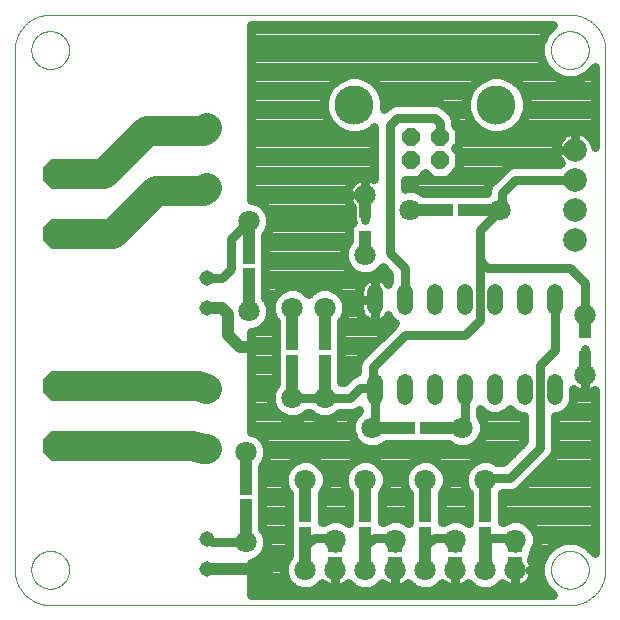
<source format=gtl>
G75*
%MOIN*%
%OFA0B0*%
%FSLAX25Y25*%
%IPPOS*%
%LPD*%
%AMOC8*
5,1,8,0,0,1.08239X$1,22.5*
%
%ADD10C,0.00000*%
%ADD11R,0.03937X0.10236*%
%ADD12C,0.07087*%
%ADD13C,0.05200*%
%ADD14R,0.12598X0.03937*%
%ADD15OC8,0.05740*%
%ADD16C,0.13055*%
%ADD17R,0.03937X0.12598*%
%ADD18R,0.04724X0.03150*%
%ADD19C,0.07874*%
%ADD20R,0.05150X0.05150*%
%ADD21C,0.05150*%
%ADD22OC8,0.10000*%
%ADD23C,0.03150*%
%ADD24C,0.01600*%
%ADD25C,0.03937*%
%ADD26C,0.09843*%
D10*
X0013011Y0007724D02*
X0186239Y0007724D01*
X0179940Y0019535D02*
X0179942Y0019693D01*
X0179948Y0019851D01*
X0179958Y0020009D01*
X0179972Y0020167D01*
X0179990Y0020324D01*
X0180011Y0020481D01*
X0180037Y0020637D01*
X0180067Y0020793D01*
X0180100Y0020948D01*
X0180138Y0021101D01*
X0180179Y0021254D01*
X0180224Y0021406D01*
X0180273Y0021557D01*
X0180326Y0021706D01*
X0180382Y0021854D01*
X0180442Y0022000D01*
X0180506Y0022145D01*
X0180574Y0022288D01*
X0180645Y0022430D01*
X0180719Y0022570D01*
X0180797Y0022707D01*
X0180879Y0022843D01*
X0180963Y0022977D01*
X0181052Y0023108D01*
X0181143Y0023237D01*
X0181238Y0023364D01*
X0181335Y0023489D01*
X0181436Y0023611D01*
X0181540Y0023730D01*
X0181647Y0023847D01*
X0181757Y0023961D01*
X0181870Y0024072D01*
X0181985Y0024181D01*
X0182103Y0024286D01*
X0182224Y0024388D01*
X0182347Y0024488D01*
X0182473Y0024584D01*
X0182601Y0024677D01*
X0182731Y0024767D01*
X0182864Y0024853D01*
X0182999Y0024937D01*
X0183135Y0025016D01*
X0183274Y0025093D01*
X0183415Y0025165D01*
X0183557Y0025235D01*
X0183701Y0025300D01*
X0183847Y0025362D01*
X0183994Y0025420D01*
X0184143Y0025475D01*
X0184293Y0025526D01*
X0184444Y0025573D01*
X0184596Y0025616D01*
X0184749Y0025655D01*
X0184904Y0025691D01*
X0185059Y0025722D01*
X0185215Y0025750D01*
X0185371Y0025774D01*
X0185528Y0025794D01*
X0185686Y0025810D01*
X0185843Y0025822D01*
X0186002Y0025830D01*
X0186160Y0025834D01*
X0186318Y0025834D01*
X0186476Y0025830D01*
X0186635Y0025822D01*
X0186792Y0025810D01*
X0186950Y0025794D01*
X0187107Y0025774D01*
X0187263Y0025750D01*
X0187419Y0025722D01*
X0187574Y0025691D01*
X0187729Y0025655D01*
X0187882Y0025616D01*
X0188034Y0025573D01*
X0188185Y0025526D01*
X0188335Y0025475D01*
X0188484Y0025420D01*
X0188631Y0025362D01*
X0188777Y0025300D01*
X0188921Y0025235D01*
X0189063Y0025165D01*
X0189204Y0025093D01*
X0189343Y0025016D01*
X0189479Y0024937D01*
X0189614Y0024853D01*
X0189747Y0024767D01*
X0189877Y0024677D01*
X0190005Y0024584D01*
X0190131Y0024488D01*
X0190254Y0024388D01*
X0190375Y0024286D01*
X0190493Y0024181D01*
X0190608Y0024072D01*
X0190721Y0023961D01*
X0190831Y0023847D01*
X0190938Y0023730D01*
X0191042Y0023611D01*
X0191143Y0023489D01*
X0191240Y0023364D01*
X0191335Y0023237D01*
X0191426Y0023108D01*
X0191515Y0022977D01*
X0191599Y0022843D01*
X0191681Y0022707D01*
X0191759Y0022570D01*
X0191833Y0022430D01*
X0191904Y0022288D01*
X0191972Y0022145D01*
X0192036Y0022000D01*
X0192096Y0021854D01*
X0192152Y0021706D01*
X0192205Y0021557D01*
X0192254Y0021406D01*
X0192299Y0021254D01*
X0192340Y0021101D01*
X0192378Y0020948D01*
X0192411Y0020793D01*
X0192441Y0020637D01*
X0192467Y0020481D01*
X0192488Y0020324D01*
X0192506Y0020167D01*
X0192520Y0020009D01*
X0192530Y0019851D01*
X0192536Y0019693D01*
X0192538Y0019535D01*
X0192536Y0019377D01*
X0192530Y0019219D01*
X0192520Y0019061D01*
X0192506Y0018903D01*
X0192488Y0018746D01*
X0192467Y0018589D01*
X0192441Y0018433D01*
X0192411Y0018277D01*
X0192378Y0018122D01*
X0192340Y0017969D01*
X0192299Y0017816D01*
X0192254Y0017664D01*
X0192205Y0017513D01*
X0192152Y0017364D01*
X0192096Y0017216D01*
X0192036Y0017070D01*
X0191972Y0016925D01*
X0191904Y0016782D01*
X0191833Y0016640D01*
X0191759Y0016500D01*
X0191681Y0016363D01*
X0191599Y0016227D01*
X0191515Y0016093D01*
X0191426Y0015962D01*
X0191335Y0015833D01*
X0191240Y0015706D01*
X0191143Y0015581D01*
X0191042Y0015459D01*
X0190938Y0015340D01*
X0190831Y0015223D01*
X0190721Y0015109D01*
X0190608Y0014998D01*
X0190493Y0014889D01*
X0190375Y0014784D01*
X0190254Y0014682D01*
X0190131Y0014582D01*
X0190005Y0014486D01*
X0189877Y0014393D01*
X0189747Y0014303D01*
X0189614Y0014217D01*
X0189479Y0014133D01*
X0189343Y0014054D01*
X0189204Y0013977D01*
X0189063Y0013905D01*
X0188921Y0013835D01*
X0188777Y0013770D01*
X0188631Y0013708D01*
X0188484Y0013650D01*
X0188335Y0013595D01*
X0188185Y0013544D01*
X0188034Y0013497D01*
X0187882Y0013454D01*
X0187729Y0013415D01*
X0187574Y0013379D01*
X0187419Y0013348D01*
X0187263Y0013320D01*
X0187107Y0013296D01*
X0186950Y0013276D01*
X0186792Y0013260D01*
X0186635Y0013248D01*
X0186476Y0013240D01*
X0186318Y0013236D01*
X0186160Y0013236D01*
X0186002Y0013240D01*
X0185843Y0013248D01*
X0185686Y0013260D01*
X0185528Y0013276D01*
X0185371Y0013296D01*
X0185215Y0013320D01*
X0185059Y0013348D01*
X0184904Y0013379D01*
X0184749Y0013415D01*
X0184596Y0013454D01*
X0184444Y0013497D01*
X0184293Y0013544D01*
X0184143Y0013595D01*
X0183994Y0013650D01*
X0183847Y0013708D01*
X0183701Y0013770D01*
X0183557Y0013835D01*
X0183415Y0013905D01*
X0183274Y0013977D01*
X0183135Y0014054D01*
X0182999Y0014133D01*
X0182864Y0014217D01*
X0182731Y0014303D01*
X0182601Y0014393D01*
X0182473Y0014486D01*
X0182347Y0014582D01*
X0182224Y0014682D01*
X0182103Y0014784D01*
X0181985Y0014889D01*
X0181870Y0014998D01*
X0181757Y0015109D01*
X0181647Y0015223D01*
X0181540Y0015340D01*
X0181436Y0015459D01*
X0181335Y0015581D01*
X0181238Y0015706D01*
X0181143Y0015833D01*
X0181052Y0015962D01*
X0180963Y0016093D01*
X0180879Y0016227D01*
X0180797Y0016363D01*
X0180719Y0016500D01*
X0180645Y0016640D01*
X0180574Y0016782D01*
X0180506Y0016925D01*
X0180442Y0017070D01*
X0180382Y0017216D01*
X0180326Y0017364D01*
X0180273Y0017513D01*
X0180224Y0017664D01*
X0180179Y0017816D01*
X0180138Y0017969D01*
X0180100Y0018122D01*
X0180067Y0018277D01*
X0180037Y0018433D01*
X0180011Y0018589D01*
X0179990Y0018746D01*
X0179972Y0018903D01*
X0179958Y0019061D01*
X0179948Y0019219D01*
X0179942Y0019377D01*
X0179940Y0019535D01*
X0186239Y0007724D02*
X0186524Y0007727D01*
X0186810Y0007738D01*
X0187095Y0007755D01*
X0187379Y0007779D01*
X0187663Y0007810D01*
X0187946Y0007848D01*
X0188227Y0007893D01*
X0188508Y0007944D01*
X0188788Y0008002D01*
X0189066Y0008067D01*
X0189342Y0008139D01*
X0189616Y0008217D01*
X0189889Y0008302D01*
X0190159Y0008394D01*
X0190427Y0008492D01*
X0190693Y0008596D01*
X0190956Y0008707D01*
X0191216Y0008824D01*
X0191474Y0008947D01*
X0191728Y0009077D01*
X0191979Y0009213D01*
X0192227Y0009354D01*
X0192471Y0009502D01*
X0192712Y0009655D01*
X0192948Y0009815D01*
X0193181Y0009980D01*
X0193410Y0010150D01*
X0193635Y0010326D01*
X0193855Y0010508D01*
X0194071Y0010694D01*
X0194282Y0010886D01*
X0194489Y0011083D01*
X0194691Y0011285D01*
X0194888Y0011492D01*
X0195080Y0011703D01*
X0195266Y0011919D01*
X0195448Y0012139D01*
X0195624Y0012364D01*
X0195794Y0012593D01*
X0195959Y0012826D01*
X0196119Y0013062D01*
X0196272Y0013303D01*
X0196420Y0013547D01*
X0196561Y0013795D01*
X0196697Y0014046D01*
X0196827Y0014300D01*
X0196950Y0014558D01*
X0197067Y0014818D01*
X0197178Y0015081D01*
X0197282Y0015347D01*
X0197380Y0015615D01*
X0197472Y0015885D01*
X0197557Y0016158D01*
X0197635Y0016432D01*
X0197707Y0016708D01*
X0197772Y0016986D01*
X0197830Y0017266D01*
X0197881Y0017547D01*
X0197926Y0017828D01*
X0197964Y0018111D01*
X0197995Y0018395D01*
X0198019Y0018679D01*
X0198036Y0018964D01*
X0198047Y0019250D01*
X0198050Y0019535D01*
X0198050Y0192764D01*
X0179940Y0192764D02*
X0179942Y0192922D01*
X0179948Y0193080D01*
X0179958Y0193238D01*
X0179972Y0193396D01*
X0179990Y0193553D01*
X0180011Y0193710D01*
X0180037Y0193866D01*
X0180067Y0194022D01*
X0180100Y0194177D01*
X0180138Y0194330D01*
X0180179Y0194483D01*
X0180224Y0194635D01*
X0180273Y0194786D01*
X0180326Y0194935D01*
X0180382Y0195083D01*
X0180442Y0195229D01*
X0180506Y0195374D01*
X0180574Y0195517D01*
X0180645Y0195659D01*
X0180719Y0195799D01*
X0180797Y0195936D01*
X0180879Y0196072D01*
X0180963Y0196206D01*
X0181052Y0196337D01*
X0181143Y0196466D01*
X0181238Y0196593D01*
X0181335Y0196718D01*
X0181436Y0196840D01*
X0181540Y0196959D01*
X0181647Y0197076D01*
X0181757Y0197190D01*
X0181870Y0197301D01*
X0181985Y0197410D01*
X0182103Y0197515D01*
X0182224Y0197617D01*
X0182347Y0197717D01*
X0182473Y0197813D01*
X0182601Y0197906D01*
X0182731Y0197996D01*
X0182864Y0198082D01*
X0182999Y0198166D01*
X0183135Y0198245D01*
X0183274Y0198322D01*
X0183415Y0198394D01*
X0183557Y0198464D01*
X0183701Y0198529D01*
X0183847Y0198591D01*
X0183994Y0198649D01*
X0184143Y0198704D01*
X0184293Y0198755D01*
X0184444Y0198802D01*
X0184596Y0198845D01*
X0184749Y0198884D01*
X0184904Y0198920D01*
X0185059Y0198951D01*
X0185215Y0198979D01*
X0185371Y0199003D01*
X0185528Y0199023D01*
X0185686Y0199039D01*
X0185843Y0199051D01*
X0186002Y0199059D01*
X0186160Y0199063D01*
X0186318Y0199063D01*
X0186476Y0199059D01*
X0186635Y0199051D01*
X0186792Y0199039D01*
X0186950Y0199023D01*
X0187107Y0199003D01*
X0187263Y0198979D01*
X0187419Y0198951D01*
X0187574Y0198920D01*
X0187729Y0198884D01*
X0187882Y0198845D01*
X0188034Y0198802D01*
X0188185Y0198755D01*
X0188335Y0198704D01*
X0188484Y0198649D01*
X0188631Y0198591D01*
X0188777Y0198529D01*
X0188921Y0198464D01*
X0189063Y0198394D01*
X0189204Y0198322D01*
X0189343Y0198245D01*
X0189479Y0198166D01*
X0189614Y0198082D01*
X0189747Y0197996D01*
X0189877Y0197906D01*
X0190005Y0197813D01*
X0190131Y0197717D01*
X0190254Y0197617D01*
X0190375Y0197515D01*
X0190493Y0197410D01*
X0190608Y0197301D01*
X0190721Y0197190D01*
X0190831Y0197076D01*
X0190938Y0196959D01*
X0191042Y0196840D01*
X0191143Y0196718D01*
X0191240Y0196593D01*
X0191335Y0196466D01*
X0191426Y0196337D01*
X0191515Y0196206D01*
X0191599Y0196072D01*
X0191681Y0195936D01*
X0191759Y0195799D01*
X0191833Y0195659D01*
X0191904Y0195517D01*
X0191972Y0195374D01*
X0192036Y0195229D01*
X0192096Y0195083D01*
X0192152Y0194935D01*
X0192205Y0194786D01*
X0192254Y0194635D01*
X0192299Y0194483D01*
X0192340Y0194330D01*
X0192378Y0194177D01*
X0192411Y0194022D01*
X0192441Y0193866D01*
X0192467Y0193710D01*
X0192488Y0193553D01*
X0192506Y0193396D01*
X0192520Y0193238D01*
X0192530Y0193080D01*
X0192536Y0192922D01*
X0192538Y0192764D01*
X0192536Y0192606D01*
X0192530Y0192448D01*
X0192520Y0192290D01*
X0192506Y0192132D01*
X0192488Y0191975D01*
X0192467Y0191818D01*
X0192441Y0191662D01*
X0192411Y0191506D01*
X0192378Y0191351D01*
X0192340Y0191198D01*
X0192299Y0191045D01*
X0192254Y0190893D01*
X0192205Y0190742D01*
X0192152Y0190593D01*
X0192096Y0190445D01*
X0192036Y0190299D01*
X0191972Y0190154D01*
X0191904Y0190011D01*
X0191833Y0189869D01*
X0191759Y0189729D01*
X0191681Y0189592D01*
X0191599Y0189456D01*
X0191515Y0189322D01*
X0191426Y0189191D01*
X0191335Y0189062D01*
X0191240Y0188935D01*
X0191143Y0188810D01*
X0191042Y0188688D01*
X0190938Y0188569D01*
X0190831Y0188452D01*
X0190721Y0188338D01*
X0190608Y0188227D01*
X0190493Y0188118D01*
X0190375Y0188013D01*
X0190254Y0187911D01*
X0190131Y0187811D01*
X0190005Y0187715D01*
X0189877Y0187622D01*
X0189747Y0187532D01*
X0189614Y0187446D01*
X0189479Y0187362D01*
X0189343Y0187283D01*
X0189204Y0187206D01*
X0189063Y0187134D01*
X0188921Y0187064D01*
X0188777Y0186999D01*
X0188631Y0186937D01*
X0188484Y0186879D01*
X0188335Y0186824D01*
X0188185Y0186773D01*
X0188034Y0186726D01*
X0187882Y0186683D01*
X0187729Y0186644D01*
X0187574Y0186608D01*
X0187419Y0186577D01*
X0187263Y0186549D01*
X0187107Y0186525D01*
X0186950Y0186505D01*
X0186792Y0186489D01*
X0186635Y0186477D01*
X0186476Y0186469D01*
X0186318Y0186465D01*
X0186160Y0186465D01*
X0186002Y0186469D01*
X0185843Y0186477D01*
X0185686Y0186489D01*
X0185528Y0186505D01*
X0185371Y0186525D01*
X0185215Y0186549D01*
X0185059Y0186577D01*
X0184904Y0186608D01*
X0184749Y0186644D01*
X0184596Y0186683D01*
X0184444Y0186726D01*
X0184293Y0186773D01*
X0184143Y0186824D01*
X0183994Y0186879D01*
X0183847Y0186937D01*
X0183701Y0186999D01*
X0183557Y0187064D01*
X0183415Y0187134D01*
X0183274Y0187206D01*
X0183135Y0187283D01*
X0182999Y0187362D01*
X0182864Y0187446D01*
X0182731Y0187532D01*
X0182601Y0187622D01*
X0182473Y0187715D01*
X0182347Y0187811D01*
X0182224Y0187911D01*
X0182103Y0188013D01*
X0181985Y0188118D01*
X0181870Y0188227D01*
X0181757Y0188338D01*
X0181647Y0188452D01*
X0181540Y0188569D01*
X0181436Y0188688D01*
X0181335Y0188810D01*
X0181238Y0188935D01*
X0181143Y0189062D01*
X0181052Y0189191D01*
X0180963Y0189322D01*
X0180879Y0189456D01*
X0180797Y0189592D01*
X0180719Y0189729D01*
X0180645Y0189869D01*
X0180574Y0190011D01*
X0180506Y0190154D01*
X0180442Y0190299D01*
X0180382Y0190445D01*
X0180326Y0190593D01*
X0180273Y0190742D01*
X0180224Y0190893D01*
X0180179Y0191045D01*
X0180138Y0191198D01*
X0180100Y0191351D01*
X0180067Y0191506D01*
X0180037Y0191662D01*
X0180011Y0191818D01*
X0179990Y0191975D01*
X0179972Y0192132D01*
X0179958Y0192290D01*
X0179948Y0192448D01*
X0179942Y0192606D01*
X0179940Y0192764D01*
X0186239Y0204575D02*
X0186524Y0204572D01*
X0186810Y0204561D01*
X0187095Y0204544D01*
X0187379Y0204520D01*
X0187663Y0204489D01*
X0187946Y0204451D01*
X0188227Y0204406D01*
X0188508Y0204355D01*
X0188788Y0204297D01*
X0189066Y0204232D01*
X0189342Y0204160D01*
X0189616Y0204082D01*
X0189889Y0203997D01*
X0190159Y0203905D01*
X0190427Y0203807D01*
X0190693Y0203703D01*
X0190956Y0203592D01*
X0191216Y0203475D01*
X0191474Y0203352D01*
X0191728Y0203222D01*
X0191979Y0203086D01*
X0192227Y0202945D01*
X0192471Y0202797D01*
X0192712Y0202644D01*
X0192948Y0202484D01*
X0193181Y0202319D01*
X0193410Y0202149D01*
X0193635Y0201973D01*
X0193855Y0201791D01*
X0194071Y0201605D01*
X0194282Y0201413D01*
X0194489Y0201216D01*
X0194691Y0201014D01*
X0194888Y0200807D01*
X0195080Y0200596D01*
X0195266Y0200380D01*
X0195448Y0200160D01*
X0195624Y0199935D01*
X0195794Y0199706D01*
X0195959Y0199473D01*
X0196119Y0199237D01*
X0196272Y0198996D01*
X0196420Y0198752D01*
X0196561Y0198504D01*
X0196697Y0198253D01*
X0196827Y0197999D01*
X0196950Y0197741D01*
X0197067Y0197481D01*
X0197178Y0197218D01*
X0197282Y0196952D01*
X0197380Y0196684D01*
X0197472Y0196414D01*
X0197557Y0196141D01*
X0197635Y0195867D01*
X0197707Y0195591D01*
X0197772Y0195313D01*
X0197830Y0195033D01*
X0197881Y0194752D01*
X0197926Y0194471D01*
X0197964Y0194188D01*
X0197995Y0193904D01*
X0198019Y0193620D01*
X0198036Y0193335D01*
X0198047Y0193049D01*
X0198050Y0192764D01*
X0186239Y0204575D02*
X0013011Y0204575D01*
X0006712Y0192764D02*
X0006714Y0192922D01*
X0006720Y0193080D01*
X0006730Y0193238D01*
X0006744Y0193396D01*
X0006762Y0193553D01*
X0006783Y0193710D01*
X0006809Y0193866D01*
X0006839Y0194022D01*
X0006872Y0194177D01*
X0006910Y0194330D01*
X0006951Y0194483D01*
X0006996Y0194635D01*
X0007045Y0194786D01*
X0007098Y0194935D01*
X0007154Y0195083D01*
X0007214Y0195229D01*
X0007278Y0195374D01*
X0007346Y0195517D01*
X0007417Y0195659D01*
X0007491Y0195799D01*
X0007569Y0195936D01*
X0007651Y0196072D01*
X0007735Y0196206D01*
X0007824Y0196337D01*
X0007915Y0196466D01*
X0008010Y0196593D01*
X0008107Y0196718D01*
X0008208Y0196840D01*
X0008312Y0196959D01*
X0008419Y0197076D01*
X0008529Y0197190D01*
X0008642Y0197301D01*
X0008757Y0197410D01*
X0008875Y0197515D01*
X0008996Y0197617D01*
X0009119Y0197717D01*
X0009245Y0197813D01*
X0009373Y0197906D01*
X0009503Y0197996D01*
X0009636Y0198082D01*
X0009771Y0198166D01*
X0009907Y0198245D01*
X0010046Y0198322D01*
X0010187Y0198394D01*
X0010329Y0198464D01*
X0010473Y0198529D01*
X0010619Y0198591D01*
X0010766Y0198649D01*
X0010915Y0198704D01*
X0011065Y0198755D01*
X0011216Y0198802D01*
X0011368Y0198845D01*
X0011521Y0198884D01*
X0011676Y0198920D01*
X0011831Y0198951D01*
X0011987Y0198979D01*
X0012143Y0199003D01*
X0012300Y0199023D01*
X0012458Y0199039D01*
X0012615Y0199051D01*
X0012774Y0199059D01*
X0012932Y0199063D01*
X0013090Y0199063D01*
X0013248Y0199059D01*
X0013407Y0199051D01*
X0013564Y0199039D01*
X0013722Y0199023D01*
X0013879Y0199003D01*
X0014035Y0198979D01*
X0014191Y0198951D01*
X0014346Y0198920D01*
X0014501Y0198884D01*
X0014654Y0198845D01*
X0014806Y0198802D01*
X0014957Y0198755D01*
X0015107Y0198704D01*
X0015256Y0198649D01*
X0015403Y0198591D01*
X0015549Y0198529D01*
X0015693Y0198464D01*
X0015835Y0198394D01*
X0015976Y0198322D01*
X0016115Y0198245D01*
X0016251Y0198166D01*
X0016386Y0198082D01*
X0016519Y0197996D01*
X0016649Y0197906D01*
X0016777Y0197813D01*
X0016903Y0197717D01*
X0017026Y0197617D01*
X0017147Y0197515D01*
X0017265Y0197410D01*
X0017380Y0197301D01*
X0017493Y0197190D01*
X0017603Y0197076D01*
X0017710Y0196959D01*
X0017814Y0196840D01*
X0017915Y0196718D01*
X0018012Y0196593D01*
X0018107Y0196466D01*
X0018198Y0196337D01*
X0018287Y0196206D01*
X0018371Y0196072D01*
X0018453Y0195936D01*
X0018531Y0195799D01*
X0018605Y0195659D01*
X0018676Y0195517D01*
X0018744Y0195374D01*
X0018808Y0195229D01*
X0018868Y0195083D01*
X0018924Y0194935D01*
X0018977Y0194786D01*
X0019026Y0194635D01*
X0019071Y0194483D01*
X0019112Y0194330D01*
X0019150Y0194177D01*
X0019183Y0194022D01*
X0019213Y0193866D01*
X0019239Y0193710D01*
X0019260Y0193553D01*
X0019278Y0193396D01*
X0019292Y0193238D01*
X0019302Y0193080D01*
X0019308Y0192922D01*
X0019310Y0192764D01*
X0019308Y0192606D01*
X0019302Y0192448D01*
X0019292Y0192290D01*
X0019278Y0192132D01*
X0019260Y0191975D01*
X0019239Y0191818D01*
X0019213Y0191662D01*
X0019183Y0191506D01*
X0019150Y0191351D01*
X0019112Y0191198D01*
X0019071Y0191045D01*
X0019026Y0190893D01*
X0018977Y0190742D01*
X0018924Y0190593D01*
X0018868Y0190445D01*
X0018808Y0190299D01*
X0018744Y0190154D01*
X0018676Y0190011D01*
X0018605Y0189869D01*
X0018531Y0189729D01*
X0018453Y0189592D01*
X0018371Y0189456D01*
X0018287Y0189322D01*
X0018198Y0189191D01*
X0018107Y0189062D01*
X0018012Y0188935D01*
X0017915Y0188810D01*
X0017814Y0188688D01*
X0017710Y0188569D01*
X0017603Y0188452D01*
X0017493Y0188338D01*
X0017380Y0188227D01*
X0017265Y0188118D01*
X0017147Y0188013D01*
X0017026Y0187911D01*
X0016903Y0187811D01*
X0016777Y0187715D01*
X0016649Y0187622D01*
X0016519Y0187532D01*
X0016386Y0187446D01*
X0016251Y0187362D01*
X0016115Y0187283D01*
X0015976Y0187206D01*
X0015835Y0187134D01*
X0015693Y0187064D01*
X0015549Y0186999D01*
X0015403Y0186937D01*
X0015256Y0186879D01*
X0015107Y0186824D01*
X0014957Y0186773D01*
X0014806Y0186726D01*
X0014654Y0186683D01*
X0014501Y0186644D01*
X0014346Y0186608D01*
X0014191Y0186577D01*
X0014035Y0186549D01*
X0013879Y0186525D01*
X0013722Y0186505D01*
X0013564Y0186489D01*
X0013407Y0186477D01*
X0013248Y0186469D01*
X0013090Y0186465D01*
X0012932Y0186465D01*
X0012774Y0186469D01*
X0012615Y0186477D01*
X0012458Y0186489D01*
X0012300Y0186505D01*
X0012143Y0186525D01*
X0011987Y0186549D01*
X0011831Y0186577D01*
X0011676Y0186608D01*
X0011521Y0186644D01*
X0011368Y0186683D01*
X0011216Y0186726D01*
X0011065Y0186773D01*
X0010915Y0186824D01*
X0010766Y0186879D01*
X0010619Y0186937D01*
X0010473Y0186999D01*
X0010329Y0187064D01*
X0010187Y0187134D01*
X0010046Y0187206D01*
X0009907Y0187283D01*
X0009771Y0187362D01*
X0009636Y0187446D01*
X0009503Y0187532D01*
X0009373Y0187622D01*
X0009245Y0187715D01*
X0009119Y0187811D01*
X0008996Y0187911D01*
X0008875Y0188013D01*
X0008757Y0188118D01*
X0008642Y0188227D01*
X0008529Y0188338D01*
X0008419Y0188452D01*
X0008312Y0188569D01*
X0008208Y0188688D01*
X0008107Y0188810D01*
X0008010Y0188935D01*
X0007915Y0189062D01*
X0007824Y0189191D01*
X0007735Y0189322D01*
X0007651Y0189456D01*
X0007569Y0189592D01*
X0007491Y0189729D01*
X0007417Y0189869D01*
X0007346Y0190011D01*
X0007278Y0190154D01*
X0007214Y0190299D01*
X0007154Y0190445D01*
X0007098Y0190593D01*
X0007045Y0190742D01*
X0006996Y0190893D01*
X0006951Y0191045D01*
X0006910Y0191198D01*
X0006872Y0191351D01*
X0006839Y0191506D01*
X0006809Y0191662D01*
X0006783Y0191818D01*
X0006762Y0191975D01*
X0006744Y0192132D01*
X0006730Y0192290D01*
X0006720Y0192448D01*
X0006714Y0192606D01*
X0006712Y0192764D01*
X0001200Y0192764D02*
X0001200Y0019535D01*
X0006712Y0019535D02*
X0006714Y0019693D01*
X0006720Y0019851D01*
X0006730Y0020009D01*
X0006744Y0020167D01*
X0006762Y0020324D01*
X0006783Y0020481D01*
X0006809Y0020637D01*
X0006839Y0020793D01*
X0006872Y0020948D01*
X0006910Y0021101D01*
X0006951Y0021254D01*
X0006996Y0021406D01*
X0007045Y0021557D01*
X0007098Y0021706D01*
X0007154Y0021854D01*
X0007214Y0022000D01*
X0007278Y0022145D01*
X0007346Y0022288D01*
X0007417Y0022430D01*
X0007491Y0022570D01*
X0007569Y0022707D01*
X0007651Y0022843D01*
X0007735Y0022977D01*
X0007824Y0023108D01*
X0007915Y0023237D01*
X0008010Y0023364D01*
X0008107Y0023489D01*
X0008208Y0023611D01*
X0008312Y0023730D01*
X0008419Y0023847D01*
X0008529Y0023961D01*
X0008642Y0024072D01*
X0008757Y0024181D01*
X0008875Y0024286D01*
X0008996Y0024388D01*
X0009119Y0024488D01*
X0009245Y0024584D01*
X0009373Y0024677D01*
X0009503Y0024767D01*
X0009636Y0024853D01*
X0009771Y0024937D01*
X0009907Y0025016D01*
X0010046Y0025093D01*
X0010187Y0025165D01*
X0010329Y0025235D01*
X0010473Y0025300D01*
X0010619Y0025362D01*
X0010766Y0025420D01*
X0010915Y0025475D01*
X0011065Y0025526D01*
X0011216Y0025573D01*
X0011368Y0025616D01*
X0011521Y0025655D01*
X0011676Y0025691D01*
X0011831Y0025722D01*
X0011987Y0025750D01*
X0012143Y0025774D01*
X0012300Y0025794D01*
X0012458Y0025810D01*
X0012615Y0025822D01*
X0012774Y0025830D01*
X0012932Y0025834D01*
X0013090Y0025834D01*
X0013248Y0025830D01*
X0013407Y0025822D01*
X0013564Y0025810D01*
X0013722Y0025794D01*
X0013879Y0025774D01*
X0014035Y0025750D01*
X0014191Y0025722D01*
X0014346Y0025691D01*
X0014501Y0025655D01*
X0014654Y0025616D01*
X0014806Y0025573D01*
X0014957Y0025526D01*
X0015107Y0025475D01*
X0015256Y0025420D01*
X0015403Y0025362D01*
X0015549Y0025300D01*
X0015693Y0025235D01*
X0015835Y0025165D01*
X0015976Y0025093D01*
X0016115Y0025016D01*
X0016251Y0024937D01*
X0016386Y0024853D01*
X0016519Y0024767D01*
X0016649Y0024677D01*
X0016777Y0024584D01*
X0016903Y0024488D01*
X0017026Y0024388D01*
X0017147Y0024286D01*
X0017265Y0024181D01*
X0017380Y0024072D01*
X0017493Y0023961D01*
X0017603Y0023847D01*
X0017710Y0023730D01*
X0017814Y0023611D01*
X0017915Y0023489D01*
X0018012Y0023364D01*
X0018107Y0023237D01*
X0018198Y0023108D01*
X0018287Y0022977D01*
X0018371Y0022843D01*
X0018453Y0022707D01*
X0018531Y0022570D01*
X0018605Y0022430D01*
X0018676Y0022288D01*
X0018744Y0022145D01*
X0018808Y0022000D01*
X0018868Y0021854D01*
X0018924Y0021706D01*
X0018977Y0021557D01*
X0019026Y0021406D01*
X0019071Y0021254D01*
X0019112Y0021101D01*
X0019150Y0020948D01*
X0019183Y0020793D01*
X0019213Y0020637D01*
X0019239Y0020481D01*
X0019260Y0020324D01*
X0019278Y0020167D01*
X0019292Y0020009D01*
X0019302Y0019851D01*
X0019308Y0019693D01*
X0019310Y0019535D01*
X0019308Y0019377D01*
X0019302Y0019219D01*
X0019292Y0019061D01*
X0019278Y0018903D01*
X0019260Y0018746D01*
X0019239Y0018589D01*
X0019213Y0018433D01*
X0019183Y0018277D01*
X0019150Y0018122D01*
X0019112Y0017969D01*
X0019071Y0017816D01*
X0019026Y0017664D01*
X0018977Y0017513D01*
X0018924Y0017364D01*
X0018868Y0017216D01*
X0018808Y0017070D01*
X0018744Y0016925D01*
X0018676Y0016782D01*
X0018605Y0016640D01*
X0018531Y0016500D01*
X0018453Y0016363D01*
X0018371Y0016227D01*
X0018287Y0016093D01*
X0018198Y0015962D01*
X0018107Y0015833D01*
X0018012Y0015706D01*
X0017915Y0015581D01*
X0017814Y0015459D01*
X0017710Y0015340D01*
X0017603Y0015223D01*
X0017493Y0015109D01*
X0017380Y0014998D01*
X0017265Y0014889D01*
X0017147Y0014784D01*
X0017026Y0014682D01*
X0016903Y0014582D01*
X0016777Y0014486D01*
X0016649Y0014393D01*
X0016519Y0014303D01*
X0016386Y0014217D01*
X0016251Y0014133D01*
X0016115Y0014054D01*
X0015976Y0013977D01*
X0015835Y0013905D01*
X0015693Y0013835D01*
X0015549Y0013770D01*
X0015403Y0013708D01*
X0015256Y0013650D01*
X0015107Y0013595D01*
X0014957Y0013544D01*
X0014806Y0013497D01*
X0014654Y0013454D01*
X0014501Y0013415D01*
X0014346Y0013379D01*
X0014191Y0013348D01*
X0014035Y0013320D01*
X0013879Y0013296D01*
X0013722Y0013276D01*
X0013564Y0013260D01*
X0013407Y0013248D01*
X0013248Y0013240D01*
X0013090Y0013236D01*
X0012932Y0013236D01*
X0012774Y0013240D01*
X0012615Y0013248D01*
X0012458Y0013260D01*
X0012300Y0013276D01*
X0012143Y0013296D01*
X0011987Y0013320D01*
X0011831Y0013348D01*
X0011676Y0013379D01*
X0011521Y0013415D01*
X0011368Y0013454D01*
X0011216Y0013497D01*
X0011065Y0013544D01*
X0010915Y0013595D01*
X0010766Y0013650D01*
X0010619Y0013708D01*
X0010473Y0013770D01*
X0010329Y0013835D01*
X0010187Y0013905D01*
X0010046Y0013977D01*
X0009907Y0014054D01*
X0009771Y0014133D01*
X0009636Y0014217D01*
X0009503Y0014303D01*
X0009373Y0014393D01*
X0009245Y0014486D01*
X0009119Y0014582D01*
X0008996Y0014682D01*
X0008875Y0014784D01*
X0008757Y0014889D01*
X0008642Y0014998D01*
X0008529Y0015109D01*
X0008419Y0015223D01*
X0008312Y0015340D01*
X0008208Y0015459D01*
X0008107Y0015581D01*
X0008010Y0015706D01*
X0007915Y0015833D01*
X0007824Y0015962D01*
X0007735Y0016093D01*
X0007651Y0016227D01*
X0007569Y0016363D01*
X0007491Y0016500D01*
X0007417Y0016640D01*
X0007346Y0016782D01*
X0007278Y0016925D01*
X0007214Y0017070D01*
X0007154Y0017216D01*
X0007098Y0017364D01*
X0007045Y0017513D01*
X0006996Y0017664D01*
X0006951Y0017816D01*
X0006910Y0017969D01*
X0006872Y0018122D01*
X0006839Y0018277D01*
X0006809Y0018433D01*
X0006783Y0018589D01*
X0006762Y0018746D01*
X0006744Y0018903D01*
X0006730Y0019061D01*
X0006720Y0019219D01*
X0006714Y0019377D01*
X0006712Y0019535D01*
X0001200Y0019535D02*
X0001203Y0019250D01*
X0001214Y0018964D01*
X0001231Y0018679D01*
X0001255Y0018395D01*
X0001286Y0018111D01*
X0001324Y0017828D01*
X0001369Y0017547D01*
X0001420Y0017266D01*
X0001478Y0016986D01*
X0001543Y0016708D01*
X0001615Y0016432D01*
X0001693Y0016158D01*
X0001778Y0015885D01*
X0001870Y0015615D01*
X0001968Y0015347D01*
X0002072Y0015081D01*
X0002183Y0014818D01*
X0002300Y0014558D01*
X0002423Y0014300D01*
X0002553Y0014046D01*
X0002689Y0013795D01*
X0002830Y0013547D01*
X0002978Y0013303D01*
X0003131Y0013062D01*
X0003291Y0012826D01*
X0003456Y0012593D01*
X0003626Y0012364D01*
X0003802Y0012139D01*
X0003984Y0011919D01*
X0004170Y0011703D01*
X0004362Y0011492D01*
X0004559Y0011285D01*
X0004761Y0011083D01*
X0004968Y0010886D01*
X0005179Y0010694D01*
X0005395Y0010508D01*
X0005615Y0010326D01*
X0005840Y0010150D01*
X0006069Y0009980D01*
X0006302Y0009815D01*
X0006538Y0009655D01*
X0006779Y0009502D01*
X0007023Y0009354D01*
X0007271Y0009213D01*
X0007522Y0009077D01*
X0007776Y0008947D01*
X0008034Y0008824D01*
X0008294Y0008707D01*
X0008557Y0008596D01*
X0008823Y0008492D01*
X0009091Y0008394D01*
X0009361Y0008302D01*
X0009634Y0008217D01*
X0009908Y0008139D01*
X0010184Y0008067D01*
X0010462Y0008002D01*
X0010742Y0007944D01*
X0011023Y0007893D01*
X0011304Y0007848D01*
X0011587Y0007810D01*
X0011871Y0007779D01*
X0012155Y0007755D01*
X0012440Y0007738D01*
X0012726Y0007727D01*
X0013011Y0007724D01*
X0001200Y0192764D02*
X0001203Y0193049D01*
X0001214Y0193335D01*
X0001231Y0193620D01*
X0001255Y0193904D01*
X0001286Y0194188D01*
X0001324Y0194471D01*
X0001369Y0194752D01*
X0001420Y0195033D01*
X0001478Y0195313D01*
X0001543Y0195591D01*
X0001615Y0195867D01*
X0001693Y0196141D01*
X0001778Y0196414D01*
X0001870Y0196684D01*
X0001968Y0196952D01*
X0002072Y0197218D01*
X0002183Y0197481D01*
X0002300Y0197741D01*
X0002423Y0197999D01*
X0002553Y0198253D01*
X0002689Y0198504D01*
X0002830Y0198752D01*
X0002978Y0198996D01*
X0003131Y0199237D01*
X0003291Y0199473D01*
X0003456Y0199706D01*
X0003626Y0199935D01*
X0003802Y0200160D01*
X0003984Y0200380D01*
X0004170Y0200596D01*
X0004362Y0200807D01*
X0004559Y0201014D01*
X0004761Y0201216D01*
X0004968Y0201413D01*
X0005179Y0201605D01*
X0005395Y0201791D01*
X0005615Y0201973D01*
X0005840Y0202149D01*
X0006069Y0202319D01*
X0006302Y0202484D01*
X0006538Y0202644D01*
X0006779Y0202797D01*
X0007023Y0202945D01*
X0007271Y0203086D01*
X0007522Y0203222D01*
X0007776Y0203352D01*
X0008034Y0203475D01*
X0008294Y0203592D01*
X0008557Y0203703D01*
X0008823Y0203807D01*
X0009091Y0203905D01*
X0009361Y0203997D01*
X0009634Y0204082D01*
X0009908Y0204160D01*
X0010184Y0204232D01*
X0010462Y0204297D01*
X0010742Y0204355D01*
X0011023Y0204406D01*
X0011304Y0204451D01*
X0011587Y0204489D01*
X0011871Y0204520D01*
X0012155Y0204544D01*
X0012440Y0204561D01*
X0012726Y0204572D01*
X0013011Y0204575D01*
D11*
X0118050Y0141661D03*
X0118050Y0127488D03*
X0191200Y0101661D03*
X0191200Y0087488D03*
D12*
X0191200Y0084575D03*
X0191200Y0104575D03*
X0163050Y0139575D03*
X0133050Y0139575D03*
X0118050Y0144575D03*
X0118050Y0124575D03*
X0104487Y0106937D03*
X0093700Y0106937D03*
X0079200Y0105724D03*
X0093700Y0076937D03*
X0104487Y0076937D03*
X0120413Y0066937D03*
X0118050Y0049575D03*
X0108050Y0029575D03*
X0108050Y0019575D03*
X0098050Y0019575D03*
X0078200Y0028724D03*
X0098050Y0049575D03*
X0078200Y0058724D03*
X0118050Y0019575D03*
X0128050Y0019575D03*
X0128050Y0029575D03*
X0138050Y0019575D03*
X0148050Y0019575D03*
X0148050Y0029575D03*
X0158050Y0019575D03*
X0168050Y0019575D03*
X0168050Y0029575D03*
X0158050Y0049575D03*
X0150413Y0066937D03*
X0138050Y0049575D03*
X0079200Y0135724D03*
D13*
X0121200Y0112175D02*
X0121200Y0106975D01*
X0131200Y0106975D02*
X0131200Y0112175D01*
X0141200Y0112175D02*
X0141200Y0106975D01*
X0151200Y0106975D02*
X0151200Y0112175D01*
X0161200Y0112175D02*
X0161200Y0106975D01*
X0171200Y0106975D02*
X0171200Y0112175D01*
X0181200Y0112175D02*
X0181200Y0106975D01*
X0181200Y0082175D02*
X0181200Y0076975D01*
X0171200Y0076975D02*
X0171200Y0082175D01*
X0161200Y0082175D02*
X0161200Y0076975D01*
X0151200Y0076975D02*
X0151200Y0082175D01*
X0141200Y0082175D02*
X0141200Y0076975D01*
X0131200Y0076975D02*
X0131200Y0082175D01*
X0121200Y0082175D02*
X0121200Y0076975D01*
D14*
X0128326Y0066937D03*
X0142499Y0066937D03*
X0140964Y0139575D03*
X0155137Y0139575D03*
D15*
X0142972Y0156031D03*
X0142972Y0163906D03*
X0133129Y0163906D03*
X0133129Y0156031D03*
D16*
X0114350Y0174575D03*
X0161751Y0174575D03*
D17*
X0104487Y0099024D03*
X0093700Y0099024D03*
X0093700Y0084850D03*
X0104487Y0084850D03*
X0079200Y0113638D03*
X0079200Y0127811D03*
X0078200Y0050811D03*
X0078200Y0036638D03*
X0098050Y0041661D03*
X0098050Y0027488D03*
X0118050Y0027488D03*
X0118050Y0041661D03*
X0138050Y0041661D03*
X0138050Y0027488D03*
X0158050Y0027488D03*
X0158050Y0041661D03*
D18*
X0148050Y0026661D03*
X0148050Y0022488D03*
X0168050Y0022488D03*
X0168050Y0026661D03*
X0128050Y0026661D03*
X0128050Y0022488D03*
X0108050Y0022488D03*
X0108050Y0026661D03*
D19*
X0188050Y0129575D03*
X0188050Y0139575D03*
X0188050Y0149575D03*
X0188050Y0159575D03*
D20*
X0065200Y0166724D03*
X0065200Y0079724D03*
D21*
X0065200Y0059724D03*
X0065200Y0029724D03*
X0065200Y0019724D03*
X0065200Y0106724D03*
X0065200Y0116724D03*
X0065200Y0146724D03*
D22*
X0015665Y0151583D03*
X0015665Y0131583D03*
X0015665Y0080717D03*
X0015665Y0060717D03*
D23*
X0065200Y0029724D02*
X0067200Y0028724D01*
X0078200Y0028724D01*
X0078200Y0036638D01*
X0083712Y0036057D02*
X0092539Y0036057D01*
X0092539Y0034657D02*
X0092573Y0034575D01*
X0092539Y0034492D01*
X0092539Y0024085D01*
X0092043Y0023589D01*
X0090964Y0020984D01*
X0090964Y0018165D01*
X0092043Y0015561D01*
X0094036Y0013567D01*
X0096641Y0012488D01*
X0099460Y0012488D01*
X0102065Y0013567D01*
X0103735Y0015238D01*
X0104065Y0014908D01*
X0104844Y0014342D01*
X0105702Y0013905D01*
X0106618Y0013607D01*
X0107569Y0013457D01*
X0108050Y0013457D01*
X0108050Y0019575D01*
X0108050Y0021543D01*
X0108050Y0021543D01*
X0108050Y0019575D01*
X0108050Y0019575D01*
X0108050Y0019575D01*
X0108050Y0013457D01*
X0108532Y0013457D01*
X0109483Y0013607D01*
X0110399Y0013905D01*
X0111257Y0014342D01*
X0112036Y0014908D01*
X0112366Y0015238D01*
X0114036Y0013567D01*
X0116641Y0012488D01*
X0119460Y0012488D01*
X0122065Y0013567D01*
X0123735Y0015238D01*
X0124065Y0014908D01*
X0124844Y0014342D01*
X0125702Y0013905D01*
X0126618Y0013607D01*
X0127569Y0013457D01*
X0128050Y0013457D01*
X0128050Y0019575D01*
X0128050Y0021543D01*
X0128050Y0021543D01*
X0128050Y0019575D01*
X0128050Y0019575D01*
X0128050Y0019575D01*
X0128050Y0013457D01*
X0128532Y0013457D01*
X0129483Y0013607D01*
X0130399Y0013905D01*
X0131257Y0014342D01*
X0132036Y0014908D01*
X0132366Y0015238D01*
X0134036Y0013567D01*
X0136641Y0012488D01*
X0139460Y0012488D01*
X0142065Y0013567D01*
X0143735Y0015238D01*
X0144065Y0014908D01*
X0144844Y0014342D01*
X0145702Y0013905D01*
X0146618Y0013607D01*
X0147569Y0013457D01*
X0148050Y0013457D01*
X0148050Y0019575D01*
X0148050Y0021543D01*
X0148050Y0021543D01*
X0148050Y0019575D01*
X0148050Y0019575D01*
X0148050Y0019575D01*
X0148050Y0013457D01*
X0148532Y0013457D01*
X0149483Y0013607D01*
X0150399Y0013905D01*
X0151257Y0014342D01*
X0152036Y0014908D01*
X0152366Y0015238D01*
X0154036Y0013567D01*
X0156641Y0012488D01*
X0159460Y0012488D01*
X0162065Y0013567D01*
X0163735Y0015238D01*
X0164065Y0014908D01*
X0164844Y0014342D01*
X0165702Y0013905D01*
X0166618Y0013607D01*
X0167569Y0013457D01*
X0168050Y0013457D01*
X0168050Y0019575D01*
X0168050Y0021543D01*
X0168050Y0021543D01*
X0168050Y0019575D01*
X0168050Y0019575D01*
X0168050Y0022488D01*
X0168050Y0020317D02*
X0168050Y0020317D01*
X0168050Y0019575D02*
X0168050Y0013457D01*
X0168532Y0013457D01*
X0169483Y0013607D01*
X0170399Y0013905D01*
X0171257Y0014342D01*
X0172036Y0014908D01*
X0172717Y0015589D01*
X0173283Y0016368D01*
X0173720Y0017226D01*
X0174018Y0018142D01*
X0174168Y0019093D01*
X0174168Y0019575D01*
X0174168Y0020056D01*
X0174018Y0021007D01*
X0173720Y0021923D01*
X0173283Y0022781D01*
X0173214Y0022877D01*
X0173416Y0023079D01*
X0173956Y0024382D01*
X0173956Y0025458D01*
X0174058Y0025561D01*
X0175137Y0028165D01*
X0175137Y0030984D01*
X0174058Y0033589D01*
X0172065Y0035583D01*
X0169460Y0036661D01*
X0166641Y0036661D01*
X0164036Y0035583D01*
X0163796Y0035343D01*
X0163562Y0035343D01*
X0163562Y0045065D01*
X0163604Y0045106D01*
X0167218Y0045106D01*
X0169099Y0045885D01*
X0170539Y0047325D01*
X0180539Y0057325D01*
X0181318Y0059206D01*
X0181318Y0070831D01*
X0182422Y0070831D01*
X0184680Y0071767D01*
X0186408Y0073495D01*
X0187343Y0075753D01*
X0187343Y0079814D01*
X0187993Y0079342D01*
X0188851Y0078905D01*
X0189767Y0078607D01*
X0190718Y0078457D01*
X0191200Y0078457D01*
X0191682Y0078457D01*
X0192633Y0078607D01*
X0193549Y0078905D01*
X0194407Y0079342D01*
X0194507Y0079415D01*
X0194507Y0025187D01*
X0191815Y0027880D01*
X0188197Y0029378D01*
X0184282Y0029378D01*
X0180664Y0027880D01*
X0177895Y0025111D01*
X0176397Y0021493D01*
X0176397Y0017578D01*
X0177895Y0013960D01*
X0180588Y0011268D01*
X0080050Y0011268D01*
X0080050Y0021820D01*
X0082214Y0022717D01*
X0084208Y0024710D01*
X0085287Y0027315D01*
X0085287Y0030134D01*
X0084208Y0032739D01*
X0083712Y0033235D01*
X0083712Y0043642D01*
X0083678Y0043724D01*
X0083712Y0043807D01*
X0083712Y0054214D01*
X0084208Y0054710D01*
X0085287Y0057315D01*
X0085287Y0060134D01*
X0084208Y0062739D01*
X0082214Y0064732D01*
X0080050Y0065628D01*
X0080050Y0098638D01*
X0080610Y0098638D01*
X0083214Y0099717D01*
X0085208Y0101710D01*
X0086287Y0104315D01*
X0086287Y0107134D01*
X0085208Y0109739D01*
X0084712Y0110235D01*
X0084712Y0120642D01*
X0084678Y0120724D01*
X0084712Y0120807D01*
X0084712Y0131214D01*
X0085208Y0131710D01*
X0086287Y0134315D01*
X0086287Y0137134D01*
X0085208Y0139739D01*
X0083214Y0141732D01*
X0080610Y0142811D01*
X0080050Y0142811D01*
X0080050Y0201031D01*
X0180588Y0201031D01*
X0177895Y0198339D01*
X0176397Y0194722D01*
X0176397Y0190806D01*
X0177895Y0187188D01*
X0180664Y0184420D01*
X0184282Y0182921D01*
X0188197Y0182921D01*
X0191815Y0184420D01*
X0194507Y0187112D01*
X0194507Y0160420D01*
X0194451Y0160848D01*
X0194230Y0161672D01*
X0193903Y0162461D01*
X0193476Y0163200D01*
X0192957Y0163878D01*
X0192353Y0164481D01*
X0191676Y0165001D01*
X0190937Y0165428D01*
X0190148Y0165754D01*
X0189324Y0165975D01*
X0188477Y0166087D01*
X0188050Y0166087D01*
X0187624Y0166087D01*
X0186777Y0165975D01*
X0185953Y0165754D01*
X0185164Y0165428D01*
X0184425Y0165001D01*
X0183748Y0164481D01*
X0183144Y0163878D01*
X0182624Y0163200D01*
X0182198Y0162461D01*
X0181871Y0161672D01*
X0181650Y0160848D01*
X0181539Y0160002D01*
X0181539Y0159575D01*
X0188050Y0159575D01*
X0188050Y0159575D01*
X0188050Y0166087D01*
X0188050Y0159575D01*
X0188050Y0159575D01*
X0181539Y0159575D01*
X0181539Y0159148D01*
X0181650Y0158302D01*
X0181871Y0157477D01*
X0182198Y0156689D01*
X0182624Y0155949D01*
X0183144Y0155272D01*
X0183156Y0155260D01*
X0182590Y0154693D01*
X0167032Y0154693D01*
X0165151Y0153914D01*
X0160801Y0149563D01*
X0159361Y0148124D01*
X0158582Y0146242D01*
X0135474Y0146242D01*
X0134460Y0146661D02*
X0131641Y0146661D01*
X0131318Y0146528D01*
X0131318Y0149618D01*
X0135786Y0149618D01*
X0138050Y0151883D01*
X0140315Y0149618D01*
X0145628Y0149618D01*
X0149385Y0153375D01*
X0149385Y0158688D01*
X0148105Y0159968D01*
X0149385Y0161249D01*
X0149385Y0166562D01*
X0148090Y0167857D01*
X0148090Y0169471D01*
X0147311Y0171352D01*
X0145539Y0173124D01*
X0144099Y0174563D01*
X0142218Y0175343D01*
X0127682Y0175343D01*
X0125801Y0174563D01*
X0124396Y0173159D01*
X0124420Y0173249D01*
X0124420Y0175901D01*
X0123734Y0178462D01*
X0122408Y0180758D01*
X0120533Y0182633D01*
X0118237Y0183959D01*
X0115675Y0184646D01*
X0113024Y0184646D01*
X0110462Y0183959D01*
X0108166Y0182633D01*
X0106291Y0180758D01*
X0104965Y0178462D01*
X0104279Y0175901D01*
X0104279Y0173249D01*
X0104965Y0170688D01*
X0106291Y0168391D01*
X0108166Y0166516D01*
X0110462Y0165190D01*
X0113024Y0164504D01*
X0115675Y0164504D01*
X0118237Y0165190D01*
X0120533Y0166516D01*
X0121082Y0167065D01*
X0121082Y0149897D01*
X0120399Y0150245D01*
X0119483Y0150542D01*
X0118532Y0150693D01*
X0118050Y0150693D01*
X0117569Y0150693D01*
X0116618Y0150542D01*
X0115702Y0150245D01*
X0114844Y0149807D01*
X0114065Y0149241D01*
X0113384Y0148560D01*
X0112818Y0147781D01*
X0112381Y0146923D01*
X0112083Y0146007D01*
X0111932Y0145056D01*
X0111932Y0144575D01*
X0113507Y0144575D01*
X0113507Y0144575D01*
X0111932Y0144575D01*
X0111932Y0144093D01*
X0112083Y0143142D01*
X0112381Y0142226D01*
X0112818Y0141368D01*
X0113384Y0140589D01*
X0113507Y0140466D01*
X0113507Y0136290D01*
X0113606Y0135792D01*
X0113797Y0135332D01*
X0113078Y0134613D01*
X0112539Y0133311D01*
X0112539Y0129085D01*
X0112043Y0128589D01*
X0110964Y0125984D01*
X0110964Y0123165D01*
X0112043Y0120561D01*
X0114036Y0118567D01*
X0116641Y0117488D01*
X0119460Y0117488D01*
X0122065Y0118567D01*
X0123842Y0120344D01*
X0126082Y0118104D01*
X0126082Y0115745D01*
X0125992Y0115655D01*
X0125652Y0114835D01*
X0125626Y0114887D01*
X0125147Y0115546D01*
X0124571Y0116122D01*
X0123912Y0116601D01*
X0123186Y0116970D01*
X0122412Y0117222D01*
X0121607Y0117350D01*
X0121200Y0117350D01*
X0120793Y0117350D01*
X0119988Y0117222D01*
X0119214Y0116970D01*
X0118488Y0116601D01*
X0117829Y0116122D01*
X0117253Y0115546D01*
X0116774Y0114887D01*
X0116404Y0114161D01*
X0116153Y0113387D01*
X0116025Y0112582D01*
X0116025Y0109575D01*
X0121200Y0109575D01*
X0121200Y0109575D01*
X0121200Y0117350D01*
X0121200Y0109575D01*
X0121200Y0109575D01*
X0116025Y0109575D01*
X0116025Y0106568D01*
X0116153Y0105763D01*
X0116404Y0104988D01*
X0116774Y0104263D01*
X0117253Y0103604D01*
X0117829Y0103028D01*
X0118488Y0102549D01*
X0119214Y0102179D01*
X0119988Y0101927D01*
X0120793Y0101800D01*
X0121200Y0101800D01*
X0121607Y0101800D01*
X0122412Y0101927D01*
X0123186Y0102179D01*
X0123912Y0102549D01*
X0124571Y0103028D01*
X0125147Y0103604D01*
X0125626Y0104263D01*
X0125652Y0104315D01*
X0125992Y0103495D01*
X0127720Y0101767D01*
X0127921Y0101684D01*
X0126861Y0100624D01*
X0116211Y0089974D01*
X0115432Y0088093D01*
X0115432Y0085343D01*
X0115182Y0085343D01*
X0113301Y0084563D01*
X0111861Y0083124D01*
X0110793Y0082055D01*
X0109999Y0082055D01*
X0109999Y0091854D01*
X0109965Y0091937D01*
X0109999Y0092020D01*
X0109999Y0102427D01*
X0110495Y0102923D01*
X0111574Y0105527D01*
X0111574Y0108347D01*
X0110495Y0110951D01*
X0108502Y0112945D01*
X0105897Y0114024D01*
X0103078Y0114024D01*
X0100473Y0112945D01*
X0099094Y0111565D01*
X0097714Y0112945D01*
X0095110Y0114024D01*
X0092290Y0114024D01*
X0089686Y0112945D01*
X0087692Y0110951D01*
X0086613Y0108347D01*
X0086613Y0105527D01*
X0087692Y0102923D01*
X0088188Y0102427D01*
X0088188Y0092020D01*
X0088222Y0091937D01*
X0088188Y0091854D01*
X0088188Y0081447D01*
X0087692Y0080951D01*
X0086613Y0078347D01*
X0086613Y0075527D01*
X0087692Y0072923D01*
X0089686Y0070929D01*
X0092290Y0069850D01*
X0095110Y0069850D01*
X0097714Y0070929D01*
X0098604Y0071819D01*
X0099584Y0071819D01*
X0100473Y0070929D01*
X0103078Y0069850D01*
X0105897Y0069850D01*
X0108502Y0070929D01*
X0109391Y0071819D01*
X0113931Y0071819D01*
X0115812Y0072598D01*
X0116082Y0072868D01*
X0116082Y0072628D01*
X0114405Y0070951D01*
X0113326Y0068347D01*
X0113326Y0065527D01*
X0114405Y0062923D01*
X0116398Y0060929D01*
X0119003Y0059850D01*
X0121822Y0059850D01*
X0124427Y0060929D01*
X0124923Y0061425D01*
X0135330Y0061425D01*
X0135413Y0061459D01*
X0135495Y0061425D01*
X0145902Y0061425D01*
X0146398Y0060929D01*
X0149003Y0059850D01*
X0151822Y0059850D01*
X0154427Y0060929D01*
X0156420Y0062923D01*
X0157499Y0065527D01*
X0157499Y0068347D01*
X0156420Y0070951D01*
X0156318Y0071053D01*
X0156318Y0073169D01*
X0157720Y0071767D01*
X0159978Y0070831D01*
X0162422Y0070831D01*
X0164680Y0071767D01*
X0166200Y0073287D01*
X0167720Y0071767D01*
X0169978Y0070831D01*
X0171082Y0070831D01*
X0171082Y0062344D01*
X0164080Y0055343D01*
X0162305Y0055343D01*
X0162065Y0055583D01*
X0159460Y0056661D01*
X0156641Y0056661D01*
X0154036Y0055583D01*
X0152043Y0053589D01*
X0150964Y0050984D01*
X0150964Y0048165D01*
X0152043Y0045561D01*
X0152539Y0045065D01*
X0152539Y0035109D01*
X0152065Y0035583D01*
X0149460Y0036661D01*
X0146641Y0036661D01*
X0144036Y0035583D01*
X0143796Y0035343D01*
X0143562Y0035343D01*
X0143562Y0045065D01*
X0144058Y0045561D01*
X0145137Y0048165D01*
X0145137Y0050984D01*
X0144058Y0053589D01*
X0142065Y0055583D01*
X0139460Y0056661D01*
X0136641Y0056661D01*
X0134036Y0055583D01*
X0132043Y0053589D01*
X0130964Y0050984D01*
X0130964Y0048165D01*
X0132043Y0045561D01*
X0132539Y0045065D01*
X0132539Y0035109D01*
X0132065Y0035583D01*
X0129460Y0036661D01*
X0126641Y0036661D01*
X0124036Y0035583D01*
X0123796Y0035343D01*
X0123562Y0035343D01*
X0123562Y0045065D01*
X0124058Y0045561D01*
X0125137Y0048165D01*
X0125137Y0050984D01*
X0124058Y0053589D01*
X0122065Y0055583D01*
X0119460Y0056661D01*
X0116641Y0056661D01*
X0114036Y0055583D01*
X0112043Y0053589D01*
X0110964Y0050984D01*
X0110964Y0048165D01*
X0112043Y0045561D01*
X0112539Y0045065D01*
X0112539Y0035109D01*
X0112065Y0035583D01*
X0109460Y0036661D01*
X0106641Y0036661D01*
X0104036Y0035583D01*
X0103796Y0035343D01*
X0103562Y0035343D01*
X0103562Y0045065D01*
X0104058Y0045561D01*
X0105137Y0048165D01*
X0105137Y0050984D01*
X0104058Y0053589D01*
X0102065Y0055583D01*
X0099460Y0056661D01*
X0096641Y0056661D01*
X0094036Y0055583D01*
X0092043Y0053589D01*
X0090964Y0050984D01*
X0090964Y0048165D01*
X0092043Y0045561D01*
X0092539Y0045065D01*
X0092539Y0034657D01*
X0092539Y0032909D02*
X0084037Y0032909D01*
X0085287Y0029761D02*
X0092539Y0029761D01*
X0092539Y0026613D02*
X0084996Y0026613D01*
X0082963Y0023465D02*
X0091991Y0023465D01*
X0090964Y0020317D02*
X0080050Y0020317D01*
X0080050Y0017169D02*
X0091377Y0017169D01*
X0093583Y0014021D02*
X0080050Y0014021D01*
X0098050Y0019575D02*
X0098050Y0027488D01*
X0100787Y0030224D01*
X0108700Y0030224D01*
X0108050Y0029575D01*
X0108050Y0026661D01*
X0108050Y0020317D02*
X0108050Y0020317D01*
X0108050Y0017169D02*
X0108050Y0017169D01*
X0108050Y0014021D02*
X0108050Y0014021D01*
X0105475Y0014021D02*
X0102518Y0014021D01*
X0110626Y0014021D02*
X0113583Y0014021D01*
X0118050Y0019575D02*
X0118050Y0027488D01*
X0120787Y0030224D01*
X0128700Y0030224D01*
X0128050Y0029575D01*
X0128050Y0026661D01*
X0128050Y0020317D02*
X0128050Y0020317D01*
X0128050Y0017169D02*
X0128050Y0017169D01*
X0128050Y0014021D02*
X0128050Y0014021D01*
X0125475Y0014021D02*
X0122518Y0014021D01*
X0130626Y0014021D02*
X0133583Y0014021D01*
X0138050Y0019575D02*
X0138700Y0020224D01*
X0138050Y0023374D01*
X0138050Y0027488D01*
X0140787Y0030224D01*
X0148700Y0030224D01*
X0148050Y0029575D01*
X0148050Y0026661D01*
X0148050Y0020317D02*
X0148050Y0020317D01*
X0148050Y0017169D02*
X0148050Y0017169D01*
X0148050Y0014021D02*
X0148050Y0014021D01*
X0150626Y0014021D02*
X0153583Y0014021D01*
X0158050Y0019575D02*
X0158700Y0020224D01*
X0158700Y0025224D01*
X0158700Y0026839D01*
X0158050Y0027488D01*
X0158700Y0026839D02*
X0158700Y0030224D01*
X0168700Y0030224D01*
X0168050Y0029575D01*
X0168050Y0026661D01*
X0173576Y0023465D02*
X0177214Y0023465D01*
X0176397Y0020317D02*
X0174127Y0020317D01*
X0174168Y0019575D02*
X0172615Y0019575D01*
X0172615Y0019575D01*
X0174168Y0019575D01*
X0173691Y0017169D02*
X0176566Y0017169D01*
X0177870Y0014021D02*
X0170626Y0014021D01*
X0168050Y0014021D02*
X0168050Y0014021D01*
X0165475Y0014021D02*
X0162518Y0014021D01*
X0168050Y0017169D02*
X0168050Y0017169D01*
X0168050Y0019575D02*
X0168050Y0019575D01*
X0174494Y0026613D02*
X0179398Y0026613D01*
X0175137Y0029761D02*
X0194507Y0029761D01*
X0194507Y0026613D02*
X0193081Y0026613D01*
X0194507Y0032909D02*
X0174340Y0032909D01*
X0170918Y0036057D02*
X0194507Y0036057D01*
X0194507Y0039206D02*
X0163562Y0039206D01*
X0163562Y0042354D02*
X0194507Y0042354D01*
X0194507Y0045502D02*
X0168173Y0045502D01*
X0171864Y0048650D02*
X0194507Y0048650D01*
X0194507Y0051798D02*
X0175012Y0051798D01*
X0178160Y0054946D02*
X0194507Y0054946D01*
X0194507Y0058094D02*
X0180857Y0058094D01*
X0181318Y0061242D02*
X0194507Y0061242D01*
X0194507Y0064391D02*
X0181318Y0064391D01*
X0181318Y0067539D02*
X0194507Y0067539D01*
X0194507Y0070687D02*
X0181318Y0070687D01*
X0186549Y0073835D02*
X0194507Y0073835D01*
X0194507Y0076983D02*
X0187343Y0076983D01*
X0191200Y0078457D02*
X0191200Y0084575D01*
X0191200Y0084575D01*
X0191200Y0087488D01*
X0191200Y0087488D01*
X0191200Y0084575D01*
X0191200Y0078457D01*
X0191200Y0080131D02*
X0191200Y0080131D01*
X0191200Y0083279D02*
X0191200Y0083279D01*
X0191200Y0084575D02*
X0191200Y0084575D01*
X0191200Y0086427D02*
X0191200Y0086427D01*
X0191200Y0087488D02*
X0191200Y0090693D01*
X0191200Y0093000D01*
X0191200Y0087488D01*
X0191200Y0087488D01*
X0191200Y0089575D02*
X0191200Y0089575D01*
X0191200Y0092724D02*
X0191200Y0092724D01*
X0191200Y0093000D02*
X0191200Y0093000D01*
X0191200Y0101661D02*
X0191200Y0104575D01*
X0191200Y0115224D01*
X0186200Y0120224D01*
X0158700Y0120224D01*
X0156200Y0122724D01*
X0156200Y0132724D01*
X0163050Y0139575D01*
X0163700Y0140224D01*
X0163700Y0145224D01*
X0168050Y0149575D01*
X0188050Y0149575D01*
X0182826Y0155686D02*
X0149385Y0155686D01*
X0149239Y0158834D02*
X0181580Y0158834D01*
X0181999Y0161982D02*
X0149385Y0161982D01*
X0149385Y0165130D02*
X0158088Y0165130D01*
X0157864Y0165190D02*
X0160425Y0164504D01*
X0163077Y0164504D01*
X0165638Y0165190D01*
X0167935Y0166516D01*
X0169810Y0168391D01*
X0171136Y0170688D01*
X0171822Y0173249D01*
X0171822Y0175901D01*
X0171136Y0178462D01*
X0169810Y0180758D01*
X0167935Y0182633D01*
X0165638Y0183959D01*
X0163077Y0184646D01*
X0160425Y0184646D01*
X0157864Y0183959D01*
X0155568Y0182633D01*
X0153692Y0180758D01*
X0152367Y0178462D01*
X0151680Y0175901D01*
X0151680Y0173249D01*
X0152367Y0170688D01*
X0153692Y0168391D01*
X0155568Y0166516D01*
X0157864Y0165190D01*
X0153805Y0168278D02*
X0148090Y0168278D01*
X0147236Y0171427D02*
X0152169Y0171427D01*
X0151680Y0174575D02*
X0144072Y0174575D01*
X0141200Y0170224D02*
X0128700Y0170224D01*
X0126200Y0167724D01*
X0126200Y0125224D01*
X0131200Y0120224D01*
X0131200Y0109575D01*
X0127319Y0102168D02*
X0123152Y0102168D01*
X0121200Y0102168D02*
X0121200Y0102168D01*
X0121200Y0101800D02*
X0121200Y0109575D01*
X0121200Y0109575D01*
X0121200Y0101800D01*
X0119248Y0102168D02*
X0109999Y0102168D01*
X0111486Y0105316D02*
X0116298Y0105316D01*
X0116025Y0108464D02*
X0111525Y0108464D01*
X0109834Y0111612D02*
X0116025Y0111612D01*
X0116710Y0114760D02*
X0084712Y0114760D01*
X0084712Y0117909D02*
X0115626Y0117909D01*
X0120475Y0117909D02*
X0126082Y0117909D01*
X0121200Y0114760D02*
X0121200Y0114760D01*
X0121200Y0111612D02*
X0121200Y0111612D01*
X0121200Y0108464D02*
X0121200Y0108464D01*
X0121200Y0105316D02*
X0121200Y0105316D01*
X0125257Y0099020D02*
X0109999Y0099020D01*
X0109999Y0095872D02*
X0122109Y0095872D01*
X0118961Y0092724D02*
X0109999Y0092724D01*
X0109999Y0089575D02*
X0116046Y0089575D01*
X0115432Y0086427D02*
X0109999Y0086427D01*
X0109999Y0083279D02*
X0112017Y0083279D01*
X0116200Y0080224D02*
X0120550Y0080224D01*
X0120550Y0087075D01*
X0131200Y0097724D01*
X0151200Y0097724D01*
X0156200Y0102724D01*
X0156200Y0122724D01*
X0155137Y0139575D02*
X0163050Y0139575D01*
X0158540Y0145087D02*
X0148133Y0145087D01*
X0148050Y0145052D01*
X0147968Y0145087D01*
X0137561Y0145087D01*
X0137065Y0145583D01*
X0134460Y0146661D01*
X0131318Y0149390D02*
X0160627Y0149390D01*
X0163775Y0152538D02*
X0148548Y0152538D01*
X0158582Y0146242D02*
X0158582Y0145128D01*
X0158540Y0145087D01*
X0142972Y0163906D02*
X0142972Y0168453D01*
X0141200Y0170224D01*
X0152169Y0177723D02*
X0123932Y0177723D01*
X0122296Y0180871D02*
X0153805Y0180871D01*
X0158087Y0184019D02*
X0118014Y0184019D01*
X0110685Y0184019D02*
X0080050Y0184019D01*
X0080050Y0187167D02*
X0177917Y0187167D01*
X0176600Y0190315D02*
X0080050Y0190315D01*
X0080050Y0193463D02*
X0176397Y0193463D01*
X0177180Y0196611D02*
X0080050Y0196611D01*
X0080050Y0199760D02*
X0179316Y0199760D01*
X0181631Y0184019D02*
X0165416Y0184019D01*
X0169697Y0180871D02*
X0194507Y0180871D01*
X0194507Y0177723D02*
X0171334Y0177723D01*
X0171822Y0174575D02*
X0194507Y0174575D01*
X0194507Y0171427D02*
X0171334Y0171427D01*
X0169697Y0168278D02*
X0194507Y0168278D01*
X0194507Y0165130D02*
X0191452Y0165130D01*
X0188050Y0165130D02*
X0188050Y0165130D01*
X0188050Y0161982D02*
X0188050Y0161982D01*
X0184649Y0165130D02*
X0165415Y0165130D01*
X0190847Y0184019D02*
X0194507Y0184019D01*
X0194507Y0161982D02*
X0194102Y0161982D01*
X0181200Y0109575D02*
X0181200Y0092724D01*
X0176200Y0087724D01*
X0176200Y0060224D01*
X0166200Y0050224D01*
X0158700Y0050224D01*
X0158050Y0049575D01*
X0153400Y0054946D02*
X0142701Y0054946D01*
X0144800Y0051798D02*
X0151301Y0051798D01*
X0150964Y0048650D02*
X0145137Y0048650D01*
X0143999Y0045502D02*
X0152101Y0045502D01*
X0152539Y0042354D02*
X0143562Y0042354D01*
X0143562Y0039206D02*
X0152539Y0039206D01*
X0152539Y0036057D02*
X0150918Y0036057D01*
X0145183Y0036057D02*
X0143562Y0036057D01*
X0132539Y0036057D02*
X0130918Y0036057D01*
X0132539Y0039206D02*
X0123562Y0039206D01*
X0123562Y0042354D02*
X0132539Y0042354D01*
X0132101Y0045502D02*
X0123999Y0045502D01*
X0125137Y0048650D02*
X0130964Y0048650D01*
X0131301Y0051798D02*
X0124800Y0051798D01*
X0122701Y0054946D02*
X0133400Y0054946D01*
X0124740Y0061242D02*
X0146085Y0061242D01*
X0150413Y0066937D02*
X0151200Y0067724D01*
X0151200Y0079575D01*
X0156530Y0070687D02*
X0171082Y0070687D01*
X0171082Y0067539D02*
X0157499Y0067539D01*
X0157028Y0064391D02*
X0171082Y0064391D01*
X0169980Y0061242D02*
X0154740Y0061242D01*
X0166832Y0058094D02*
X0085287Y0058094D01*
X0084305Y0054946D02*
X0093400Y0054946D01*
X0091301Y0051798D02*
X0083712Y0051798D01*
X0083712Y0048650D02*
X0090964Y0048650D01*
X0092101Y0045502D02*
X0083712Y0045502D01*
X0083712Y0042354D02*
X0092539Y0042354D01*
X0092539Y0039206D02*
X0083712Y0039206D01*
X0102701Y0054946D02*
X0113400Y0054946D01*
X0111301Y0051798D02*
X0104800Y0051798D01*
X0105137Y0048650D02*
X0110964Y0048650D01*
X0112101Y0045502D02*
X0103999Y0045502D01*
X0103562Y0042354D02*
X0112539Y0042354D01*
X0112539Y0039206D02*
X0103562Y0039206D01*
X0103562Y0036057D02*
X0105183Y0036057D01*
X0110918Y0036057D02*
X0112539Y0036057D01*
X0123562Y0036057D02*
X0125183Y0036057D01*
X0142518Y0014021D02*
X0145475Y0014021D01*
X0163562Y0036057D02*
X0165183Y0036057D01*
X0121200Y0067724D02*
X0120413Y0066937D01*
X0121200Y0067724D02*
X0121200Y0079575D01*
X0120550Y0080224D01*
X0116200Y0080224D02*
X0112913Y0076937D01*
X0104487Y0076937D01*
X0093700Y0076937D01*
X0086613Y0076983D02*
X0080050Y0076983D01*
X0080050Y0073835D02*
X0087314Y0073835D01*
X0090271Y0070687D02*
X0080050Y0070687D01*
X0080050Y0067539D02*
X0113326Y0067539D01*
X0114295Y0070687D02*
X0107916Y0070687D01*
X0101059Y0070687D02*
X0097129Y0070687D01*
X0087353Y0080131D02*
X0080050Y0080131D01*
X0080050Y0083279D02*
X0088188Y0083279D01*
X0088188Y0086427D02*
X0080050Y0086427D01*
X0080050Y0089575D02*
X0088188Y0089575D01*
X0088188Y0092724D02*
X0080050Y0092724D01*
X0080050Y0095872D02*
X0088188Y0095872D01*
X0088188Y0099020D02*
X0081532Y0099020D01*
X0085397Y0102168D02*
X0088188Y0102168D01*
X0086701Y0105316D02*
X0086287Y0105316D01*
X0086662Y0108464D02*
X0085736Y0108464D01*
X0084712Y0111612D02*
X0088353Y0111612D01*
X0084712Y0121057D02*
X0111837Y0121057D01*
X0110964Y0124205D02*
X0084712Y0124205D01*
X0084712Y0127353D02*
X0111531Y0127353D01*
X0112539Y0130501D02*
X0084712Y0130501D01*
X0086011Y0133649D02*
X0112679Y0133649D01*
X0113507Y0136797D02*
X0086287Y0136797D01*
X0085001Y0139945D02*
X0113507Y0139945D01*
X0112099Y0143093D02*
X0080050Y0143093D01*
X0080050Y0146242D02*
X0112159Y0146242D01*
X0114269Y0149390D02*
X0080050Y0149390D01*
X0080050Y0152538D02*
X0121082Y0152538D01*
X0118050Y0150693D02*
X0118050Y0144575D01*
X0118050Y0150693D01*
X0118050Y0149390D02*
X0118050Y0149390D01*
X0118050Y0146242D02*
X0118050Y0146242D01*
X0118050Y0144575D02*
X0118050Y0144575D01*
X0118050Y0144575D01*
X0118050Y0141662D01*
X0118050Y0141662D01*
X0118050Y0144575D01*
X0118050Y0143093D02*
X0118050Y0143093D01*
X0118050Y0141661D02*
X0118050Y0141661D01*
X0118050Y0136150D01*
X0118050Y0136150D01*
X0118050Y0141661D01*
X0118050Y0139945D02*
X0118050Y0139945D01*
X0118050Y0136797D02*
X0118050Y0136797D01*
X0133050Y0139575D02*
X0140964Y0139575D01*
X0121082Y0155686D02*
X0080050Y0155686D01*
X0080050Y0158834D02*
X0121082Y0158834D01*
X0121082Y0161982D02*
X0080050Y0161982D01*
X0080050Y0165130D02*
X0110686Y0165130D01*
X0106404Y0168278D02*
X0080050Y0168278D01*
X0080050Y0171427D02*
X0104767Y0171427D01*
X0104279Y0174575D02*
X0080050Y0174575D01*
X0080050Y0177723D02*
X0104767Y0177723D01*
X0106403Y0180871D02*
X0080050Y0180871D01*
X0118013Y0165130D02*
X0121082Y0165130D01*
X0124420Y0174575D02*
X0125828Y0174575D01*
X0079200Y0135724D02*
X0079200Y0127811D01*
X0073200Y0129724D02*
X0079200Y0135724D01*
X0073200Y0129724D02*
X0073200Y0119724D01*
X0070200Y0116724D01*
X0065200Y0116724D01*
X0099047Y0111612D02*
X0099141Y0111612D01*
X0113797Y0064391D02*
X0082556Y0064391D01*
X0084827Y0061242D02*
X0116085Y0061242D01*
D24*
X0120413Y0066937D02*
X0128326Y0066937D01*
X0142499Y0066937D02*
X0150413Y0066937D01*
X0158050Y0049575D02*
X0158050Y0041661D01*
X0138050Y0041661D02*
X0138050Y0049575D01*
X0118050Y0049575D02*
X0118050Y0041661D01*
X0098050Y0041661D02*
X0098050Y0049575D01*
X0093700Y0076937D02*
X0093700Y0084850D01*
X0104487Y0084850D02*
X0104487Y0076937D01*
X0104487Y0099024D02*
X0104487Y0106937D01*
X0093700Y0106937D02*
X0093700Y0099024D01*
X0118050Y0124575D02*
X0118050Y0127488D01*
D25*
X0085200Y0093724D02*
X0076200Y0093724D01*
X0072200Y0097724D01*
X0072200Y0104724D01*
X0070200Y0106724D01*
X0065200Y0106724D01*
X0065200Y0019724D02*
X0079200Y0019724D01*
X0085200Y0017724D01*
X0086200Y0016724D01*
D26*
X0065200Y0059724D02*
X0064200Y0059724D01*
X0060200Y0060724D01*
X0035192Y0060717D01*
X0015665Y0060717D01*
X0015665Y0080717D02*
X0044192Y0080717D01*
X0062200Y0080724D01*
X0065200Y0079724D01*
X0034058Y0131583D02*
X0015665Y0131583D01*
X0034058Y0131583D02*
X0048200Y0145724D01*
X0064200Y0145724D01*
X0065200Y0146724D01*
X0064200Y0165724D02*
X0065200Y0166724D01*
X0064200Y0165724D02*
X0045200Y0165724D01*
X0031058Y0151583D01*
X0015665Y0151583D01*
M02*

</source>
